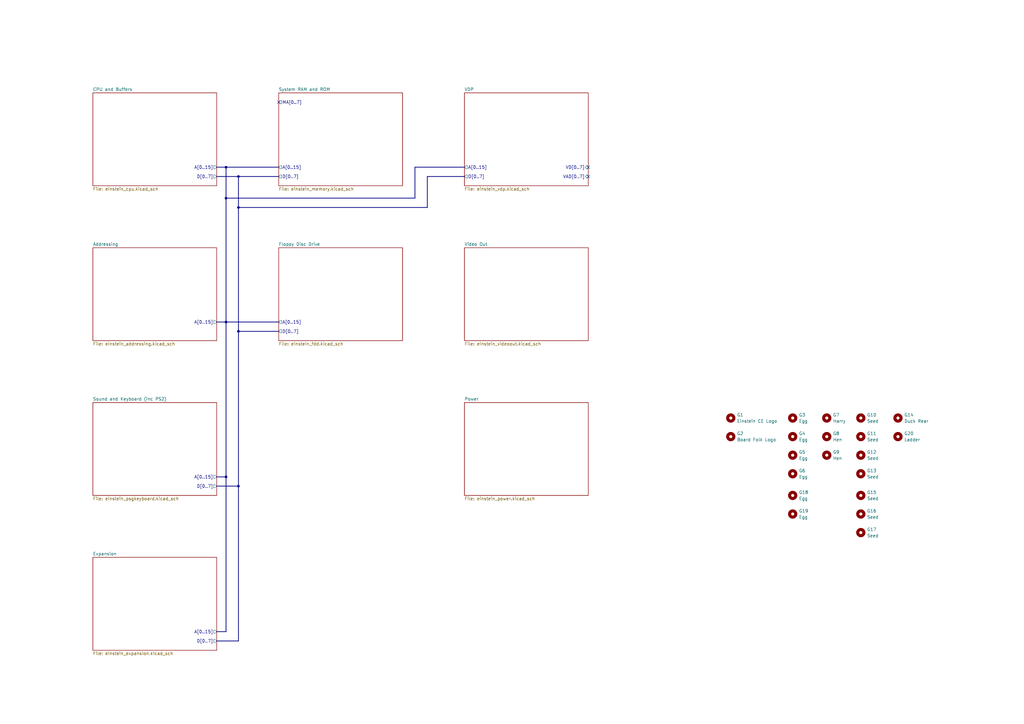
<source format=kicad_sch>
(kicad_sch (version 20250114) (generator "eeschema") (generator_version "9.0")
  (paper "A3")
  (lib_symbols
    (symbol "Mechanical:MountingHole" (pin_names (offset 1.016)) (in_bom no)
      (property "Reference" "H" (at 0 5.08 0))
      (property "Value" "MountingHole" (at 0 3.175 0))
      (symbol "MountingHole_0_1"
        (circle (center 0 0) (radius 1.27) (stroke (width 1.27)))
      )
    )
  )
  (junction (at 97.79 72.39))
  (junction (at 92.71 81.28))
  (junction (at 92.71 195.58))
  (junction (at 92.71 132.08))
  (junction (at 97.79 85.09))
  (junction (at 92.71 68.58))
  (junction (at 97.79 135.89))
  (junction (at 97.79 199.39))
  (no_connect (at 114.3 41.91))
  (no_connect (at 241.3 72.39))
  (no_connect (at 241.3 68.58))
  (bus (pts (xy 92.71 132.08) (xy 114.3 132.08)))
  (bus (pts (xy 92.71 259.08) (xy 92.71 195.58)))
  (bus (pts (xy 88.9 72.39) (xy 97.79 72.39)))
  (bus (pts (xy 88.9 132.08) (xy 92.71 132.08)))
  (bus (pts (xy 92.71 132.08) (xy 92.71 195.58)))
  (bus (pts (xy 92.71 81.28) (xy 92.71 68.58)))
  (bus (pts (xy 88.9 262.89) (xy 97.79 262.89)))
  (bus (pts (xy 97.79 85.09) (xy 97.79 72.39)))
  (bus (pts (xy 170.18 68.58) (xy 170.18 81.28)))
  (bus (pts (xy 190.5 72.39) (xy 175.26 72.39)))
  (bus (pts (xy 88.9 259.08) (xy 92.71 259.08)))
  (bus (pts (xy 175.26 72.39) (xy 175.26 85.09)))
  (bus (pts (xy 88.9 68.58) (xy 92.71 68.58)))
  (bus (pts (xy 114.3 135.89) (xy 97.79 135.89)))
  (bus (pts (xy 92.71 132.08) (xy 92.71 81.28)))
  (bus (pts (xy 97.79 72.39) (xy 114.3 72.39)))
  (bus (pts (xy 97.79 135.89) (xy 97.79 85.09)))
  (bus (pts (xy 190.5 68.58) (xy 170.18 68.58)))
  (bus (pts (xy 88.9 195.58) (xy 92.71 195.58)))
  (bus (pts (xy 97.79 199.39) (xy 97.79 135.89)))
  (bus (pts (xy 97.79 262.89) (xy 97.79 199.39)))
  (bus (pts (xy 92.71 81.28) (xy 170.18 81.28)))
  (bus (pts (xy 92.71 68.58) (xy 114.3 68.58)))
  (bus (pts (xy 175.26 85.09) (xy 97.79 85.09)))
  (bus (pts (xy 88.9 199.39) (xy 97.79 199.39)))
  (symbol (lib_id "Mechanical:MountingHole") (at 353.06 186.69 0) (unit 1) (in_bom no)
    (property "Reference" "G12" (at 355.6 185.4199 0) (effects (justify left)))
    (property "Value" "Seed" (at 355.6 187.9599 0) (effects (justify left)))
    (property "Footprint" "harry:Seed6mm" (effects (hide yes)))
    (property "Description" "Mounting Hole without connection" (effects (hide yes)))
  )
  (symbol (lib_id "Mechanical:MountingHole") (at 325.12 186.69 0) (unit 1) (in_bom no)
    (property "Reference" "G5" (at 327.66 185.4199 0) (effects (justify left)))
    (property "Value" "Egg" (at 327.66 187.9599 0) (effects (justify left)))
    (property "Footprint" "harry:Egg5mm" (effects (hide yes)))
    (property "Description" "Mounting Hole without connection" (effects (hide yes)))
  )
  (symbol (lib_id "Mechanical:MountingHole") (at 368.3 171.45 0) (unit 1) (in_bom no)
    (property "Reference" "G14" (at 370.84 170.1799 0) (effects (justify left)))
    (property "Value" "Duck Rear" (at 370.84 172.7199 0) (effects (justify left)))
    (property "Footprint" "harry:Duck166mm" (effects (hide yes)))
    (property "Description" "Mounting Hole without connection" (effects (hide yes)))
  )
  (symbol (lib_id "Mechanical:MountingHole") (at 299.72 179.07 0) (unit 1) (in_bom no)
    (property "Reference" "G2" (at 302.26 177.7999 0) (effects (justify left)))
    (property "Value" "Board Folk Logo" (at 302.26 180.3399 0) (effects (justify left)))
    (property "Footprint" "Einstein:BF8" (effects (hide yes)))
    (property "Description" "Mounting Hole without connection" (effects (hide yes)))
  )
  (symbol (lib_id "Mechanical:MountingHole") (at 325.12 203.2 0) (unit 1) (in_bom no)
    (property "Reference" "G18" (at 327.66 201.9299 0) (effects (justify left)))
    (property "Value" "Egg" (at 327.66 204.4699 0) (effects (justify left)))
    (property "Footprint" "harry:Egg5mm" (effects (hide yes)))
    (property "Description" "Mounting Hole without connection" (effects (hide yes)))
  )
  (symbol (lib_id "Mechanical:MountingHole") (at 339.09 179.07 0) (unit 1) (in_bom no)
    (property "Reference" "G8" (at 341.63 177.7999 0) (effects (justify left)))
    (property "Value" "Hen" (at 341.63 180.3399 0) (effects (justify left)))
    (property "Footprint" "harry:Hen8mm" (effects (hide yes)))
    (property "Description" "Mounting Hole without connection" (effects (hide yes)))
  )
  (symbol (lib_id "Mechanical:MountingHole") (at 368.3 179.07 0) (unit 1) (in_bom no)
    (property "Reference" "G20" (at 370.84 177.7999 0) (effects (justify left)))
    (property "Value" "Ladder" (at 370.84 180.3399 0) (effects (justify left)))
    (property "Footprint" "harry:Ladder" (effects (hide yes)))
    (property "Description" "Mounting Hole without connection" (effects (hide yes)))
  )
  (symbol (lib_id "Mechanical:MountingHole") (at 353.06 210.82 0) (unit 1) (in_bom no)
    (property "Reference" "G16" (at 355.6 209.5499 0) (effects (justify left)))
    (property "Value" "Seed" (at 355.6 212.0899 0) (effects (justify left)))
    (property "Footprint" "harry:Seed6mm" (effects (hide yes)))
    (property "Description" "Mounting Hole without connection" (effects (hide yes)))
  )
  (symbol (lib_id "Mechanical:MountingHole") (at 353.06 179.07 0) (unit 1) (in_bom no)
    (property "Reference" "G11" (at 355.6 177.7999 0) (effects (justify left)))
    (property "Value" "Seed" (at 355.6 180.3399 0) (effects (justify left)))
    (property "Footprint" "harry:Seed6mm" (effects (hide yes)))
    (property "Description" "Mounting Hole without connection" (effects (hide yes)))
  )
  (symbol (lib_id "Mechanical:MountingHole") (at 339.09 171.45 0) (unit 1) (in_bom no)
    (property "Reference" "G7" (at 341.63 170.1799 0) (effects (justify left)))
    (property "Value" "Harry" (at 341.63 172.7199 0) (effects (justify left)))
    (property "Footprint" "harry:Harry8mm" (effects (hide yes)))
    (property "Description" "Mounting Hole without connection" (effects (hide yes)))
  )
  (symbol (lib_id "Mechanical:MountingHole") (at 353.06 218.44 0) (unit 1) (in_bom no)
    (property "Reference" "G17" (at 355.6 217.1699 0) (effects (justify left)))
    (property "Value" "Seed" (at 355.6 219.7099 0) (effects (justify left)))
    (property "Footprint" "harry:Seed6mm" (effects (hide yes)))
    (property "Description" "Mounting Hole without connection" (effects (hide yes)))
  )
  (symbol (lib_id "Mechanical:MountingHole") (at 353.06 171.45 0) (unit 1) (in_bom no)
    (property "Reference" "G10" (at 355.6 170.1799 0) (effects (justify left)))
    (property "Value" "Seed" (at 355.6 172.7199 0) (effects (justify left)))
    (property "Footprint" "harry:Seed6mm" (effects (hide yes)))
    (property "Description" "Mounting Hole without connection" (effects (hide yes)))
  )
  (symbol (lib_id "Mechanical:MountingHole") (at 299.72 171.45 0) (unit 1) (in_bom no)
    (property "Reference" "G1" (at 302.26 170.1799 0) (effects (justify left)))
    (property "Value" "Einstein CE Logo" (at 302.26 172.7199 0) (effects (justify left)))
    (property "Footprint" "harry:EinsteinCELogo28mm" (effects (hide yes)))
    (property "Description" "Mounting Hole without connection" (effects (hide yes)))
  )
  (symbol (lib_id "Mechanical:MountingHole") (at 325.12 194.31 0) (unit 1) (in_bom no)
    (property "Reference" "G6" (at 327.66 193.0399 0) (effects (justify left)))
    (property "Value" "Egg" (at 327.66 195.5799 0) (effects (justify left)))
    (property "Footprint" "harry:Egg5mm" (effects (hide yes)))
    (property "Description" "Mounting Hole without connection" (effects (hide yes)))
  )
  (symbol (lib_id "Mechanical:MountingHole") (at 339.09 186.69 0) (unit 1) (in_bom no)
    (property "Reference" "G9" (at 341.63 185.4199 0) (effects (justify left)))
    (property "Value" "Hen" (at 341.63 187.9599 0) (effects (justify left)))
    (property "Footprint" "harry:Hen_Left_8mm" (effects (hide yes)))
    (property "Description" "Mounting Hole without connection" (effects (hide yes)))
  )
  (symbol (lib_id "Mechanical:MountingHole") (at 325.12 179.07 0) (unit 1) (in_bom no)
    (property "Reference" "G4" (at 327.66 177.7999 0) (effects (justify left)))
    (property "Value" "Egg" (at 327.66 180.3399 0) (effects (justify left)))
    (property "Footprint" "harry:Egg5mm" (effects (hide yes)))
    (property "Description" "Mounting Hole without connection" (effects (hide yes)))
  )
  (symbol (lib_id "Mechanical:MountingHole") (at 325.12 210.82 0) (unit 1) (in_bom no)
    (property "Reference" "G19" (at 327.66 209.5499 0) (effects (justify left)))
    (property "Value" "Egg" (at 327.66 212.0899 0) (effects (justify left)))
    (property "Footprint" "harry:Egg5mm" (effects (hide yes)))
    (property "Description" "Mounting Hole without connection" (effects (hide yes)))
  )
  (symbol (lib_id "Mechanical:MountingHole") (at 353.06 203.2 0) (unit 1) (in_bom no)
    (property "Reference" "G15" (at 355.6 201.9299 0) (effects (justify left)))
    (property "Value" "Seed" (at 355.6 204.4699 0) (effects (justify left)))
    (property "Footprint" "harry:Seed6mm" (effects (hide yes)))
    (property "Description" "Mounting Hole without connection" (effects (hide yes)))
  )
  (symbol (lib_id "Mechanical:MountingHole") (at 353.06 194.31 0) (unit 1) (in_bom no)
    (property "Reference" "G13" (at 355.6 193.0399 0) (effects (justify left)))
    (property "Value" "Seed" (at 355.6 195.5799 0) (effects (justify left)))
    (property "Footprint" "harry:Seed6mm" (effects (hide yes)))
    (property "Description" "Mounting Hole without connection" (effects (hide yes)))
  )
  (symbol (lib_id "Mechanical:MountingHole") (at 325.12 171.45 0) (unit 1) (in_bom no)
    (property "Reference" "G3" (at 327.66 170.1799 0) (effects (justify left)))
    (property "Value" "Egg" (at 327.66 172.7199 0) (effects (justify left)))
    (property "Footprint" "harry:Egg5mm" (effects (hide yes)))
    (property "Description" "Mounting Hole without connection" (effects (hide yes)))
  )
  (sheet (at 38.1 228.6) (size 50.8 38.1) (stroke (width 0.1524))
    (property "Sheetname" "Expansion" (at 38.1 227.8884 0) (effects (justify left bottom)))
    (property "Sheetfile" "einstein_expansion.kicad_sch" (at 38.1 267.2846 0) (effects (justify left top)))
    (pin "A[0..15]" output (at 88.9 259.08 0))
    (pin "D[0..7]" output (at 88.9 262.89 0))
  )
  (sheet (at 190.5 38.1) (size 50.8 38.1) (stroke (width 0.1524))
    (property "Sheetname" "VDP" (at 190.5 37.3884 0) (effects (justify left bottom)))
    (property "Sheetfile" "einstein_vdp.kicad_sch" (at 190.5 76.7846 0) (effects (justify left top)))
    (pin "A[0..15]" output (at 190.5 68.58 180))
    (pin "D[0..7]" output (at 190.5 72.39 180))
    (pin "VAD[0..7]" input (at 241.3 72.39 0))
    (pin "VD[0..7]" input (at 241.3 68.58 0))
  )
  (sheet (at 114.3 38.1) (size 50.8 38.1) (stroke (width 0.1524))
    (property "Sheetname" "System RAM and ROM" (at 114.3 37.3884 0) (effects (justify left bottom)))
    (property "Sheetfile" "einstein_memory.kicad_sch" (at 114.3 76.7846 0) (effects (justify left top)))
    (pin "A[0..15]" output (at 114.3 68.58 180))
    (pin "D[0..7]" output (at 114.3 72.39 180))
    (pin "MA[0..7]" output (at 114.3 41.91 180))
  )
  (sheet (at 38.1 38.1) (size 50.8 38.1) (stroke (width 0.1524))
    (property "Sheetname" "CPU and Buffers" (at 38.1 37.3884 0) (effects (justify left bottom)))
    (property "Sheetfile" "einstein_cpu.kicad_sch" (at 38.1 76.7846 0) (effects (justify left top)))
    (pin "A[0..15]" output (at 88.9 68.58 0))
    (pin "D[0..7]" output (at 88.9 72.39 0))
  )
  (sheet (at 38.1 101.6) (size 50.8 38.1) (stroke (width 0.1524))
    (property "Sheetname" "Addressing" (at 38.1 100.8884 0) (effects (justify left bottom)))
    (property "Sheetfile" "einstein_addressing.kicad_sch" (at 38.1 140.2846 0) (effects (justify left top)))
    (pin "A[0..15]" output (at 88.9 132.08 0))
  )
  (sheet (at 190.5 165.1) (size 50.8 38.1) (stroke (width 0.1524))
    (property "Sheetname" "Power" (at 190.5 164.3884 0) (effects (justify left bottom)))
    (property "Sheetfile" "einstein_power.kicad_sch" (at 190.5 203.7846 0) (effects (justify left top)))
  )
  (sheet (at 38.1 165.1) (size 50.8 38.1) (stroke (width 0.1524))
    (property "Sheetname" "Sound and Keyboard (inc PS2)" (at 38.1 164.3884 0) (effects (justify left bottom)))
    (property "Sheetfile" "einstein_psgkeyboard.kicad_sch" (at 38.1 203.7846 0) (effects (justify left top)))
    (pin "A[0..15]" output (at 88.9 195.58 0))
    (pin "D[0..7]" output (at 88.9 199.39 0))
  )
  (sheet (at 190.5 101.6) (size 50.8 38.1) (stroke (width 0.1524))
    (property "Sheetname" "Video Out" (at 190.5 100.8884 0) (effects (justify left bottom)))
    (property "Sheetfile" "einstein_videoout.kicad_sch" (at 190.5 140.2846 0) (effects (justify left top)))
  )
  (sheet (at 114.3 101.6) (size 50.8 38.1) (stroke (width 0.1524))
    (property "Sheetname" "Floppy Disc Drive" (at 114.3 100.8884 0) (effects (justify left bottom)))
    (property "Sheetfile" "einstein_fdd.kicad_sch" (at 114.3 140.2846 0) (effects (justify left top)))
    (pin "A[0..15]" output (at 114.3 132.08 180))
    (pin "D[0..7]" output (at 114.3 135.89 180))
  )
)
</source>
